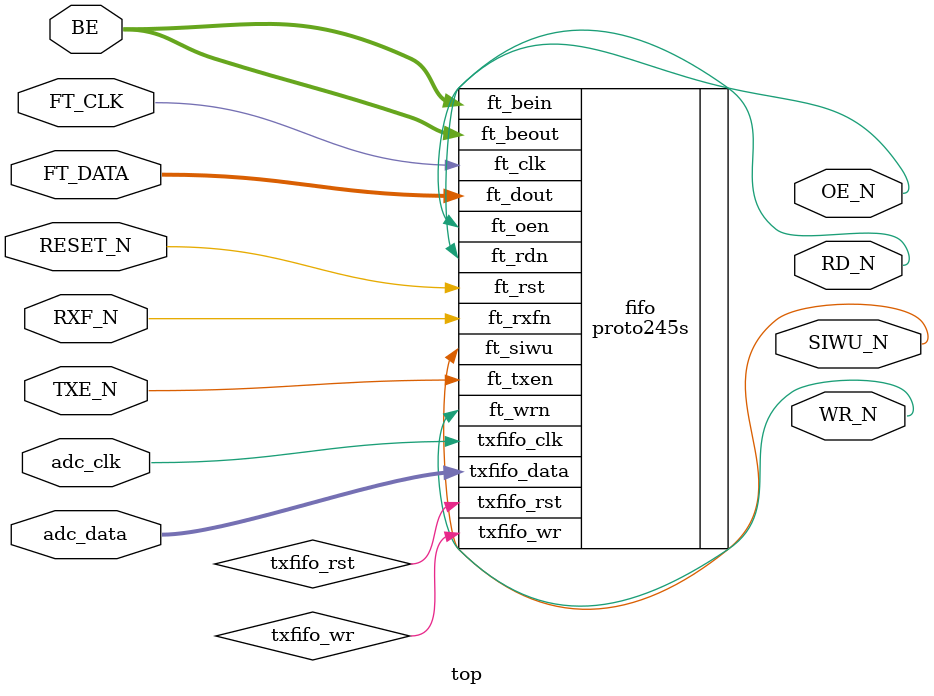
<source format=v>
`include "proto245s.sv"
module top (
    input wire adc_clk,
    input wire [13:0] adc_data,
    // FT601 interface
    input wire FT_CLK,
    inout wire [31:0] FT_DATA,
    inout wire [3:0] BE,
    input wire RXF_N,    // ACK_N
    input wire TXE_N,
    input wire RESET_N,
    output wire WR_N,    // REQ_N
    output wire SIWU_N,
    output wire RD_N,
    output wire OE_N
);
    wire txfifo_rst;
    wire txfifo_wr;
    proto245s #(.DATA_W(32)) fifo (
        .ft_rst(RESET_N),
        .ft_clk(FT_CLK),
        .ft_rxfn(RXF_N),
        .ft_txen(TXE_N),
        //.ft_din(),
        .ft_dout(FT_DATA),
        .ft_bein(BE),
        .ft_beout(BE),
        .ft_rdn(RD_N),
        .ft_wrn(WR_N),
        .ft_oen(OE_N),
        .ft_siwu(SIWU_N),
        .txfifo_clk(adc_clk),
        .txfifo_rst(txfifo_rst),
        .txfifo_data(adc_data),
        .txfifo_wr(txfifo_wr)
    );
endmodule
</source>
